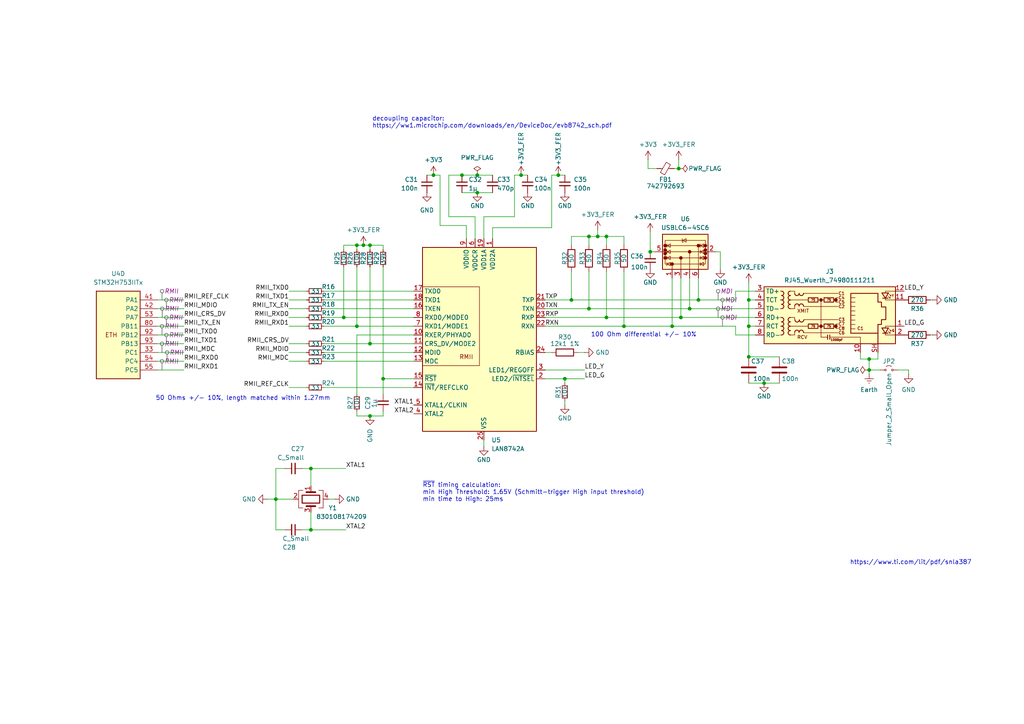
<source format=kicad_sch>
(kicad_sch
	(version 20231120)
	(generator "eeschema")
	(generator_version "8.0")
	(uuid "646f0ec7-69cc-4f42-8786-19ce68dbe63b")
	(paper "A4")
	
	(junction
		(at 196.85 48.895)
		(diameter 0)
		(color 0 0 0 0)
		(uuid "049ee6f0-edd9-4de9-9d41-d67b7d7371c4")
	)
	(junction
		(at 252.095 107.315)
		(diameter 0)
		(color 0 0 0 0)
		(uuid "0a4dc002-a1a1-4420-82d9-0f8650ef61be")
	)
	(junction
		(at 111.125 109.855)
		(diameter 0)
		(color 0 0 0 0)
		(uuid "0aeb24f3-d935-490b-b775-65b25b725630")
	)
	(junction
		(at 163.83 109.855)
		(diameter 0)
		(color 0 0 0 0)
		(uuid "1b0dfb70-1ae2-419b-8562-dfad3b9b2ec1")
	)
	(junction
		(at 103.505 94.615)
		(diameter 0)
		(color 0 0 0 0)
		(uuid "2035bcc3-7426-4bcb-8edc-fae5b3357d94")
	)
	(junction
		(at 151.13 50.8)
		(diameter 0)
		(color 0 0 0 0)
		(uuid "2647d42f-9872-4cd1-b370-3dd4abad0ecf")
	)
	(junction
		(at 202.565 86.995)
		(diameter 0)
		(color 0 0 0 0)
		(uuid "31b34c5c-feb7-4343-a199-c34c4443428d")
	)
	(junction
		(at 180.975 94.615)
		(diameter 0)
		(color 0 0 0 0)
		(uuid "365a1506-233c-4ff0-95cc-7f7a59db9742")
	)
	(junction
		(at 107.315 120.65)
		(diameter 0)
		(color 0 0 0 0)
		(uuid "3caa55c8-7e53-48bf-9414-1076f45003e0")
	)
	(junction
		(at 194.945 94.615)
		(diameter 0)
		(color 0 0 0 0)
		(uuid "4369633a-7c55-4b23-8849-c208281a6526")
	)
	(junction
		(at 105.41 71.12)
		(diameter 0)
		(color 0 0 0 0)
		(uuid "4563f12f-6c71-486f-bec4-dc93e0f0bdd0")
	)
	(junction
		(at 165.735 86.995)
		(diameter 0)
		(color 0 0 0 0)
		(uuid "463d78f6-9a6e-4f37-93c6-b49793c12db1")
	)
	(junction
		(at 161.925 50.8)
		(diameter 0)
		(color 0 0 0 0)
		(uuid "4d300525-7eec-4176-997d-066554a55c5b")
	)
	(junction
		(at 221.615 111.125)
		(diameter 0)
		(color 0 0 0 0)
		(uuid "5f43df96-af99-4f70-af0c-81c21162083a")
	)
	(junction
		(at 217.17 86.995)
		(diameter 0)
		(color 0 0 0 0)
		(uuid "608c3ba2-14a8-4f9c-8522-bde368058f20")
	)
	(junction
		(at 80.01 144.78)
		(diameter 0)
		(color 0 0 0 0)
		(uuid "787f373f-9e88-4948-aee8-3d2848b59e9a")
	)
	(junction
		(at 175.895 92.075)
		(diameter 0)
		(color 0 0 0 0)
		(uuid "7fe16ac2-7ca3-4751-a581-5dcb8a6c92fd")
	)
	(junction
		(at 200.025 89.535)
		(diameter 0)
		(color 0 0 0 0)
		(uuid "9475dafa-ebc7-4881-a820-06306bb84810")
	)
	(junction
		(at 125.73 50.8)
		(diameter 0)
		(color 0 0 0 0)
		(uuid "96e1967a-2115-41a7-88e9-acfb9aa5adde")
	)
	(junction
		(at 217.17 103.505)
		(diameter 0)
		(color 0 0 0 0)
		(uuid "9beb3c46-0a2f-4454-ac89-62302ac3b4b6")
	)
	(junction
		(at 99.695 92.075)
		(diameter 0)
		(color 0 0 0 0)
		(uuid "a19ea777-a0c8-4300-8c9c-2eff811d80a8")
	)
	(junction
		(at 173.355 68.58)
		(diameter 0)
		(color 0 0 0 0)
		(uuid "aae18f9d-4e04-46ce-b266-d0e944fa6fe0")
	)
	(junction
		(at 103.505 71.12)
		(diameter 0)
		(color 0 0 0 0)
		(uuid "abafef1c-2e60-46e4-a8ae-5d7767c8353f")
	)
	(junction
		(at 90.17 135.89)
		(diameter 0)
		(color 0 0 0 0)
		(uuid "aebe97b2-90e8-4de5-ae36-1e13702e691f")
	)
	(junction
		(at 217.17 94.615)
		(diameter 0)
		(color 0 0 0 0)
		(uuid "b9cce664-a30d-45fa-9a00-8b22b82def88")
	)
	(junction
		(at 170.815 89.535)
		(diameter 0)
		(color 0 0 0 0)
		(uuid "c3700580-2003-4b1e-b1bb-6f518b3b860f")
	)
	(junction
		(at 107.315 71.12)
		(diameter 0)
		(color 0 0 0 0)
		(uuid "c8b15e7b-5ed9-416a-93dc-b2a461b3b216")
	)
	(junction
		(at 107.315 99.695)
		(diameter 0)
		(color 0 0 0 0)
		(uuid "d39b6d90-3daf-408a-85ef-31f5d5d58189")
	)
	(junction
		(at 170.815 68.58)
		(diameter 0)
		(color 0 0 0 0)
		(uuid "dbd60596-381e-4027-a0e0-5a70fa2bfffb")
	)
	(junction
		(at 197.485 92.075)
		(diameter 0)
		(color 0 0 0 0)
		(uuid "e4de4d00-0894-47cf-b7f6-1c71ac9dd439")
	)
	(junction
		(at 175.895 68.58)
		(diameter 0)
		(color 0 0 0 0)
		(uuid "e67fad01-e732-47db-8c6b-05e5527967e6")
	)
	(junction
		(at 138.43 50.8)
		(diameter 0)
		(color 0 0 0 0)
		(uuid "eb5b30ac-37b3-4752-9ec5-cabbd714e075")
	)
	(junction
		(at 188.595 73.025)
		(diameter 0)
		(color 0 0 0 0)
		(uuid "f00bcc62-17d4-4f90-8f03-15fd4a6927a5")
	)
	(junction
		(at 90.17 153.67)
		(diameter 0)
		(color 0 0 0 0)
		(uuid "f671a679-fe35-4bcb-8fc5-8cfb555ede48")
	)
	(junction
		(at 138.43 55.88)
		(diameter 0)
		(color 0 0 0 0)
		(uuid "f7882165-b142-422f-b8b9-e7dd0618ad3f")
	)
	(junction
		(at 133.985 50.8)
		(diameter 0)
		(color 0 0 0 0)
		(uuid "f8fde5d8-42bd-473d-8f11-6dac1d9074ab")
	)
	(junction
		(at 252.095 104.14)
		(diameter 0)
		(color 0 0 0 0)
		(uuid "fe636ced-f702-4712-8005-0b89218216b5")
	)
	(wire
		(pts
			(xy 217.17 111.125) (xy 221.615 111.125)
		)
		(stroke
			(width 0)
			(type default)
		)
		(uuid "00144ff2-1693-4af6-869b-7e0a6c94bd1c")
	)
	(wire
		(pts
			(xy 160.02 50.8) (xy 160.02 66.04)
		)
		(stroke
			(width 0)
			(type default)
		)
		(uuid "01affafa-6033-4662-b39b-b9bf66857308")
	)
	(wire
		(pts
			(xy 80.01 144.78) (xy 77.47 144.78)
		)
		(stroke
			(width 0)
			(type default)
		)
		(uuid "01ba70ec-75c3-48c2-bdc1-3082c9c1ff85")
	)
	(wire
		(pts
			(xy 263.525 108.585) (xy 263.525 107.315)
		)
		(stroke
			(width 0)
			(type default)
		)
		(uuid "06da63f1-7d48-4675-bf23-6154b3e6b7ac")
	)
	(wire
		(pts
			(xy 170.815 68.58) (xy 173.355 68.58)
		)
		(stroke
			(width 0)
			(type default)
		)
		(uuid "08911034-c627-4506-90df-866254fed377")
	)
	(wire
		(pts
			(xy 188.595 73.025) (xy 189.865 73.025)
		)
		(stroke
			(width 0)
			(type default)
		)
		(uuid "0af78097-134e-4eab-8e4d-2b17537b0a86")
	)
	(wire
		(pts
			(xy 103.505 71.12) (xy 103.505 72.39)
		)
		(stroke
			(width 0)
			(type default)
		)
		(uuid "0d4f2b73-4153-4178-a506-1e102a676c5a")
	)
	(wire
		(pts
			(xy 173.355 68.58) (xy 175.895 68.58)
		)
		(stroke
			(width 0)
			(type default)
		)
		(uuid "0fccca0a-4dda-4e18-8f4f-5693216504e8")
	)
	(wire
		(pts
			(xy 170.815 78.74) (xy 170.815 89.535)
		)
		(stroke
			(width 0)
			(type default)
		)
		(uuid "15301487-0332-4c24-87d6-9ebe513c5aa8")
	)
	(wire
		(pts
			(xy 180.975 78.74) (xy 180.975 94.615)
		)
		(stroke
			(width 0)
			(type default)
		)
		(uuid "16d55de7-d73b-4de9-a28a-2ad1512f7552")
	)
	(wire
		(pts
			(xy 173.355 66.675) (xy 173.355 68.58)
		)
		(stroke
			(width 0)
			(type default)
		)
		(uuid "20e0de63-6e19-4287-9b59-e7006fd03ea4")
	)
	(wire
		(pts
			(xy 165.735 71.12) (xy 165.735 68.58)
		)
		(stroke
			(width 0)
			(type default)
		)
		(uuid "2125a24a-c2df-4b5f-9ce4-1ba7ca1ac7f3")
	)
	(wire
		(pts
			(xy 217.17 94.615) (xy 219.075 94.615)
		)
		(stroke
			(width 0)
			(type default)
		)
		(uuid "220e8c9f-eddd-4d41-b867-0777ab93f49f")
	)
	(wire
		(pts
			(xy 45.72 92.075) (xy 53.34 92.075)
		)
		(stroke
			(width 0)
			(type default)
		)
		(uuid "23d2efb4-7bcc-48a4-909b-bbd3d05a2745")
	)
	(wire
		(pts
			(xy 158.115 94.615) (xy 180.975 94.615)
		)
		(stroke
			(width 0)
			(type default)
		)
		(uuid "2654fbbe-d5a5-49a7-96c1-e5d3d9cbd202")
	)
	(wire
		(pts
			(xy 103.505 97.155) (xy 103.505 114.3)
		)
		(stroke
			(width 0)
			(type default)
		)
		(uuid "26b370ea-f94a-4cc7-8796-34563f511ab4")
	)
	(wire
		(pts
			(xy 83.82 92.075) (xy 88.9 92.075)
		)
		(stroke
			(width 0)
			(type default)
		)
		(uuid "28e1c6e0-596e-45fc-a2ae-dfd4218dcc2b")
	)
	(wire
		(pts
			(xy 93.98 89.535) (xy 120.015 89.535)
		)
		(stroke
			(width 0)
			(type default)
		)
		(uuid "2908b5f3-1eb4-488d-b97d-e1d760736771")
	)
	(wire
		(pts
			(xy 125.73 50.8) (xy 127.635 50.8)
		)
		(stroke
			(width 0)
			(type default)
		)
		(uuid "290a9c70-f7fb-4e52-9ec5-3c44da9fa8bb")
	)
	(wire
		(pts
			(xy 127.635 65.405) (xy 135.255 65.405)
		)
		(stroke
			(width 0)
			(type default)
		)
		(uuid "29531760-dd99-46ec-b090-373b73def878")
	)
	(wire
		(pts
			(xy 93.98 92.075) (xy 99.695 92.075)
		)
		(stroke
			(width 0)
			(type default)
		)
		(uuid "2b2480a8-a9e9-4d94-a36d-49898046089b")
	)
	(wire
		(pts
			(xy 45.72 104.775) (xy 53.34 104.775)
		)
		(stroke
			(width 0)
			(type default)
		)
		(uuid "2d1889fb-b78d-46bc-9b9f-a77d13ac50da")
	)
	(wire
		(pts
			(xy 149.225 62.865) (xy 140.335 62.865)
		)
		(stroke
			(width 0)
			(type default)
		)
		(uuid "2da8ee30-603c-4699-bd2a-d6150ecec628")
	)
	(wire
		(pts
			(xy 45.72 102.235) (xy 53.34 102.235)
		)
		(stroke
			(width 0)
			(type default)
		)
		(uuid "2fcd5923-5415-4aa0-b1b2-2572d5169ef0")
	)
	(wire
		(pts
			(xy 213.36 97.155) (xy 213.36 94.615)
		)
		(stroke
			(width 0)
			(type default)
		)
		(uuid "303ec749-b4df-4895-af78-935caf4ffa85")
	)
	(wire
		(pts
			(xy 249.555 102.235) (xy 249.555 104.14)
		)
		(stroke
			(width 0)
			(type default)
		)
		(uuid "339e1b2d-bb9b-420b-8721-d254f6400d5d")
	)
	(wire
		(pts
			(xy 83.82 102.235) (xy 88.9 102.235)
		)
		(stroke
			(width 0)
			(type default)
		)
		(uuid "34208d06-6624-45f4-8759-b98580b4cab6")
	)
	(wire
		(pts
			(xy 93.98 102.235) (xy 120.015 102.235)
		)
		(stroke
			(width 0)
			(type default)
		)
		(uuid "35e81548-5ac8-467a-a178-4c0ac688ccd6")
	)
	(wire
		(pts
			(xy 83.82 94.615) (xy 88.9 94.615)
		)
		(stroke
			(width 0)
			(type default)
		)
		(uuid "3a18ed65-3736-42ee-a19e-d4fe4e0db912")
	)
	(wire
		(pts
			(xy 130.175 50.8) (xy 130.175 62.865)
		)
		(stroke
			(width 0)
			(type default)
		)
		(uuid "429cc455-908c-4731-9f3e-59cdf1306dda")
	)
	(wire
		(pts
			(xy 83.82 89.535) (xy 88.9 89.535)
		)
		(stroke
			(width 0)
			(type default)
		)
		(uuid "436c1e9b-5847-48e1-8461-50d0c76d4f4d")
	)
	(wire
		(pts
			(xy 163.83 109.855) (xy 158.115 109.855)
		)
		(stroke
			(width 0)
			(type default)
		)
		(uuid "43dae1d9-5de7-4a35-8a77-507e554c0068")
	)
	(wire
		(pts
			(xy 187.96 48.895) (xy 190.5 48.895)
		)
		(stroke
			(width 0)
			(type default)
		)
		(uuid "48a5b44a-d3cd-4119-adc8-7a67986557fb")
	)
	(wire
		(pts
			(xy 165.735 86.995) (xy 202.565 86.995)
		)
		(stroke
			(width 0)
			(type default)
		)
		(uuid "49a09884-c4f9-4fb9-af64-7c5e38ae0089")
	)
	(wire
		(pts
			(xy 175.895 92.075) (xy 197.485 92.075)
		)
		(stroke
			(width 0)
			(type default)
		)
		(uuid "4b7f8fc0-827f-4f00-b156-8f616aaebcf6")
	)
	(wire
		(pts
			(xy 194.945 94.615) (xy 213.36 94.615)
		)
		(stroke
			(width 0)
			(type default)
		)
		(uuid "4b84dd7b-806f-4ed2-9d62-df9122e4e6e6")
	)
	(wire
		(pts
			(xy 107.315 77.47) (xy 107.315 99.695)
		)
		(stroke
			(width 0)
			(type default)
		)
		(uuid "4bc5c759-75f0-40ef-a141-a41cb1f491fc")
	)
	(wire
		(pts
			(xy 175.895 78.74) (xy 175.895 92.075)
		)
		(stroke
			(width 0)
			(type default)
		)
		(uuid "4d5374fe-a43a-4c9b-b414-195fc28fb9b7")
	)
	(wire
		(pts
			(xy 111.125 72.39) (xy 111.125 71.12)
		)
		(stroke
			(width 0)
			(type default)
		)
		(uuid "4dff4e67-cad5-4f92-98a5-4953a8dd4e56")
	)
	(wire
		(pts
			(xy 82.55 153.67) (xy 80.01 153.67)
		)
		(stroke
			(width 0)
			(type default)
		)
		(uuid "4e385c0d-88cc-48c9-a4b5-aefeda986768")
	)
	(wire
		(pts
			(xy 133.985 55.88) (xy 138.43 55.88)
		)
		(stroke
			(width 0)
			(type default)
		)
		(uuid "522a4a19-7f4a-411b-b5a1-ed8003c0efd3")
	)
	(wire
		(pts
			(xy 83.82 86.995) (xy 88.9 86.995)
		)
		(stroke
			(width 0)
			(type default)
		)
		(uuid "52bf19ae-217a-4d6e-9ab1-0d2ab2ccf89a")
	)
	(wire
		(pts
			(xy 270.51 86.995) (xy 269.875 86.995)
		)
		(stroke
			(width 0)
			(type default)
		)
		(uuid "55698565-bacc-4261-aa34-18d5c76ebd76")
	)
	(wire
		(pts
			(xy 83.82 84.455) (xy 88.9 84.455)
		)
		(stroke
			(width 0)
			(type default)
		)
		(uuid "5937e630-c0ef-452a-b08d-abca98131ba2")
	)
	(wire
		(pts
			(xy 45.72 89.535) (xy 53.34 89.535)
		)
		(stroke
			(width 0)
			(type default)
		)
		(uuid "5e24a51b-7d35-445e-a28a-0a7f428dde79")
	)
	(wire
		(pts
			(xy 95.25 144.78) (xy 97.155 144.78)
		)
		(stroke
			(width 0)
			(type default)
		)
		(uuid "61508d60-da4b-43b3-894f-9d6e19fa150a")
	)
	(wire
		(pts
			(xy 103.505 97.155) (xy 120.015 97.155)
		)
		(stroke
			(width 0)
			(type default)
		)
		(uuid "61b320ff-404a-46cc-a700-a316d6f91a6b")
	)
	(wire
		(pts
			(xy 187.96 46.355) (xy 187.96 48.895)
		)
		(stroke
			(width 0)
			(type default)
		)
		(uuid "61d58686-f4f3-4cd0-9e72-c6599e6e60e5")
	)
	(wire
		(pts
			(xy 202.565 80.645) (xy 202.565 86.995)
		)
		(stroke
			(width 0)
			(type default)
		)
		(uuid "62d3a61c-f94d-4ec5-ae3c-b6b037886d47")
	)
	(wire
		(pts
			(xy 163.83 109.855) (xy 163.83 111.125)
		)
		(stroke
			(width 0)
			(type default)
		)
		(uuid "674f085f-fb53-4729-8e44-4201119212aa")
	)
	(wire
		(pts
			(xy 130.175 50.8) (xy 133.985 50.8)
		)
		(stroke
			(width 0)
			(type default)
		)
		(uuid "68f2f386-eb02-421e-a7d1-2f8fbe6da36d")
	)
	(wire
		(pts
			(xy 213.36 84.455) (xy 219.075 84.455)
		)
		(stroke
			(width 0)
			(type default)
		)
		(uuid "6afcbffe-476b-4748-95fe-8ea452c242cd")
	)
	(wire
		(pts
			(xy 45.72 99.695) (xy 53.34 99.695)
		)
		(stroke
			(width 0)
			(type default)
		)
		(uuid "6b66700f-6440-4a98-9ea2-912876cb0c86")
	)
	(wire
		(pts
			(xy 252.095 107.315) (xy 255.27 107.315)
		)
		(stroke
			(width 0)
			(type default)
		)
		(uuid "6c6c5d66-4a78-43a2-ad9f-8471ed731a0b")
	)
	(wire
		(pts
			(xy 180.975 68.58) (xy 180.975 71.12)
		)
		(stroke
			(width 0)
			(type default)
		)
		(uuid "6c972cd1-4da0-4615-aed0-1b0e67e4768a")
	)
	(wire
		(pts
			(xy 219.075 86.995) (xy 217.17 86.995)
		)
		(stroke
			(width 0)
			(type default)
		)
		(uuid "6e785828-3fe3-4bff-b9a6-2ec11b609e3c")
	)
	(wire
		(pts
			(xy 93.98 104.775) (xy 120.015 104.775)
		)
		(stroke
			(width 0)
			(type default)
		)
		(uuid "70012f6e-429d-42e8-b068-535d4aff1b38")
	)
	(wire
		(pts
			(xy 103.505 71.12) (xy 105.41 71.12)
		)
		(stroke
			(width 0)
			(type default)
		)
		(uuid "7129da73-7193-432a-864d-9d42b90060be")
	)
	(wire
		(pts
			(xy 217.17 103.505) (xy 226.06 103.505)
		)
		(stroke
			(width 0)
			(type default)
		)
		(uuid "78aba207-eb8b-48e5-be39-c7b69e8a494c")
	)
	(wire
		(pts
			(xy 270.51 97.155) (xy 269.875 97.155)
		)
		(stroke
			(width 0)
			(type default)
		)
		(uuid "7bcc2f40-53e0-4560-bac4-206255dca4e5")
	)
	(wire
		(pts
			(xy 99.695 92.075) (xy 120.015 92.075)
		)
		(stroke
			(width 0)
			(type default)
		)
		(uuid "7c2481da-70c0-4909-862e-16149359c609")
	)
	(wire
		(pts
			(xy 133.985 50.8) (xy 138.43 50.8)
		)
		(stroke
			(width 0)
			(type default)
		)
		(uuid "7c97ce75-94c9-4b10-8262-850d8bbb3df6")
	)
	(wire
		(pts
			(xy 90.17 135.89) (xy 90.17 140.97)
		)
		(stroke
			(width 0)
			(type default)
		)
		(uuid "7ea64745-433b-4445-8340-fe5232f8e914")
	)
	(wire
		(pts
			(xy 93.98 112.395) (xy 120.015 112.395)
		)
		(stroke
			(width 0)
			(type default)
		)
		(uuid "7fbc9325-e968-4f74-9b93-5bd8d08d7e5f")
	)
	(wire
		(pts
			(xy 93.98 84.455) (xy 120.015 84.455)
		)
		(stroke
			(width 0)
			(type default)
		)
		(uuid "80a4a5ca-feda-453f-b37e-273cf993fdbe")
	)
	(wire
		(pts
			(xy 169.545 107.315) (xy 158.115 107.315)
		)
		(stroke
			(width 0)
			(type default)
		)
		(uuid "812ff3f7-f076-40b5-8856-3a597416b7eb")
	)
	(wire
		(pts
			(xy 208.915 78.105) (xy 208.915 73.025)
		)
		(stroke
			(width 0)
			(type default)
		)
		(uuid "83ea4a83-a30c-48bd-9175-53b0aa084a6a")
	)
	(wire
		(pts
			(xy 99.695 77.47) (xy 99.695 92.075)
		)
		(stroke
			(width 0)
			(type default)
		)
		(uuid "871fb53c-fd13-4b02-abc0-fe5e27b7b0a5")
	)
	(wire
		(pts
			(xy 158.115 89.535) (xy 170.815 89.535)
		)
		(stroke
			(width 0)
			(type default)
		)
		(uuid "8a403cb8-dfd3-4ae5-be0f-3761e62ab178")
	)
	(wire
		(pts
			(xy 83.82 99.695) (xy 88.9 99.695)
		)
		(stroke
			(width 0)
			(type default)
		)
		(uuid "8a5a1edd-b612-4278-ace6-d9a58e952d76")
	)
	(wire
		(pts
			(xy 103.505 94.615) (xy 120.015 94.615)
		)
		(stroke
			(width 0)
			(type default)
		)
		(uuid "8bc3e9a0-e3c7-4ab7-81fe-5f240abc8e28")
	)
	(wire
		(pts
			(xy 208.915 73.025) (xy 207.645 73.025)
		)
		(stroke
			(width 0)
			(type default)
		)
		(uuid "8c28dfd6-f055-4f0f-bfd7-60187e203c7b")
	)
	(wire
		(pts
			(xy 169.545 109.855) (xy 163.83 109.855)
		)
		(stroke
			(width 0)
			(type default)
		)
		(uuid "8ded6cc0-737a-4c89-89a1-f1139eb4cc8e")
	)
	(wire
		(pts
			(xy 83.82 104.775) (xy 88.9 104.775)
		)
		(stroke
			(width 0)
			(type default)
		)
		(uuid "8e0b8178-31de-48d9-b9c1-9458379f8036")
	)
	(wire
		(pts
			(xy 197.485 80.645) (xy 197.485 92.075)
		)
		(stroke
			(width 0)
			(type default)
		)
		(uuid "8e687512-2e02-42e9-aa27-bf833b5e8bdc")
	)
	(wire
		(pts
			(xy 165.735 78.74) (xy 165.735 86.995)
		)
		(stroke
			(width 0)
			(type default)
		)
		(uuid "91da2b26-22a0-4542-b2ee-931d057c3727")
	)
	(wire
		(pts
			(xy 90.17 153.67) (xy 87.63 153.67)
		)
		(stroke
			(width 0)
			(type default)
		)
		(uuid "92bf7c38-400d-49d1-ad9d-4d9a6ce02c7c")
	)
	(wire
		(pts
			(xy 217.17 81.915) (xy 217.17 86.995)
		)
		(stroke
			(width 0)
			(type default)
		)
		(uuid "94478a99-c3c4-4e4c-a495-d24168655c5f")
	)
	(wire
		(pts
			(xy 127.635 50.8) (xy 127.635 65.405)
		)
		(stroke
			(width 0)
			(type default)
		)
		(uuid "94a1c5ba-7c20-4a13-9b87-f0fa0e9f28df")
	)
	(wire
		(pts
			(xy 254.635 102.235) (xy 254.635 104.14)
		)
		(stroke
			(width 0)
			(type default)
		)
		(uuid "952da97a-927e-4ca1-baaf-7ff4a88abfb2")
	)
	(wire
		(pts
			(xy 200.025 80.645) (xy 200.025 89.535)
		)
		(stroke
			(width 0)
			(type default)
		)
		(uuid "9548ff77-0a4c-4549-9c8e-d0fd9f1e6a40")
	)
	(wire
		(pts
			(xy 252.095 104.14) (xy 254.635 104.14)
		)
		(stroke
			(width 0)
			(type default)
		)
		(uuid "97f110a7-551f-4025-aabc-dea7c2b7dcd7")
	)
	(wire
		(pts
			(xy 249.555 104.14) (xy 252.095 104.14)
		)
		(stroke
			(width 0)
			(type default)
		)
		(uuid "984cd56c-c49f-48f8-aa4b-f552714fdc23")
	)
	(wire
		(pts
			(xy 45.72 107.315) (xy 53.34 107.315)
		)
		(stroke
			(width 0)
			(type default)
		)
		(uuid "9885e643-76f4-43fa-bcbf-55ff7c90248a")
	)
	(wire
		(pts
			(xy 80.01 135.89) (xy 82.55 135.89)
		)
		(stroke
			(width 0)
			(type default)
		)
		(uuid "9b556e72-6b69-440e-8dd6-395eced69758")
	)
	(wire
		(pts
			(xy 260.35 107.315) (xy 263.525 107.315)
		)
		(stroke
			(width 0)
			(type default)
		)
		(uuid "9cf1c10b-b647-46e8-a76f-84bc75175116")
	)
	(wire
		(pts
			(xy 200.025 89.535) (xy 219.075 89.535)
		)
		(stroke
			(width 0)
			(type default)
		)
		(uuid "9d3da8a4-f830-4814-ae63-5a93f6e6f974")
	)
	(wire
		(pts
			(xy 83.82 112.395) (xy 88.9 112.395)
		)
		(stroke
			(width 0)
			(type default)
		)
		(uuid "9d47613c-b2e9-47d4-b847-783c0eecfe36")
	)
	(wire
		(pts
			(xy 80.01 144.78) (xy 85.09 144.78)
		)
		(stroke
			(width 0)
			(type default)
		)
		(uuid "9e328c0b-b8d0-44c3-9502-a376eb60c70f")
	)
	(wire
		(pts
			(xy 195.58 48.895) (xy 196.85 48.895)
		)
		(stroke
			(width 0)
			(type default)
		)
		(uuid "9f77652f-e7f9-4d2e-9fd8-b7fed4b023d7")
	)
	(wire
		(pts
			(xy 45.72 97.155) (xy 53.34 97.155)
		)
		(stroke
			(width 0)
			(type default)
		)
		(uuid "a15bffc4-03ec-4494-b211-30b28e55de7c")
	)
	(wire
		(pts
			(xy 161.925 50.8) (xy 163.83 50.8)
		)
		(stroke
			(width 0)
			(type default)
		)
		(uuid "a1b019fd-8deb-484b-9046-8f51a332eb08")
	)
	(wire
		(pts
			(xy 107.315 120.65) (xy 111.125 120.65)
		)
		(stroke
			(width 0)
			(type default)
		)
		(uuid "a217d090-1d38-4eee-829a-2cd8d5b17e1d")
	)
	(wire
		(pts
			(xy 100.33 135.89) (xy 90.17 135.89)
		)
		(stroke
			(width 0)
			(type default)
		)
		(uuid "a3ac8f3e-6ccb-4afa-b5be-fc8a54d1b5c3")
	)
	(wire
		(pts
			(xy 160.02 50.8) (xy 161.925 50.8)
		)
		(stroke
			(width 0)
			(type default)
		)
		(uuid "a6e42b82-5250-4794-aa1b-6a9d3cc2a740")
	)
	(wire
		(pts
			(xy 93.98 86.995) (xy 120.015 86.995)
		)
		(stroke
			(width 0)
			(type default)
		)
		(uuid "a7868e83-bfe3-479d-bf66-bb3b1a2e03db")
	)
	(wire
		(pts
			(xy 153.035 50.8) (xy 151.13 50.8)
		)
		(stroke
			(width 0)
			(type default)
		)
		(uuid "a78d45b3-6f4b-40c8-b675-b373cdf2db95")
	)
	(wire
		(pts
			(xy 80.01 144.78) (xy 80.01 135.89)
		)
		(stroke
			(width 0)
			(type default)
		)
		(uuid "a80f71b5-806b-448e-8d71-c0fa43b87a80")
	)
	(wire
		(pts
			(xy 160.02 66.04) (xy 142.875 66.04)
		)
		(stroke
			(width 0)
			(type default)
		)
		(uuid "aca29c85-595d-4868-bff2-7837dc83bbb1")
	)
	(wire
		(pts
			(xy 175.895 68.58) (xy 175.895 71.12)
		)
		(stroke
			(width 0)
			(type default)
		)
		(uuid "acfd7b76-16dc-49f2-a48a-5c7cd1ce04e7")
	)
	(wire
		(pts
			(xy 45.72 86.995) (xy 53.34 86.995)
		)
		(stroke
			(width 0)
			(type default)
		)
		(uuid "ad8abd60-dcfd-4719-84a8-2aa3bb4d78e2")
	)
	(wire
		(pts
			(xy 100.33 153.67) (xy 90.17 153.67)
		)
		(stroke
			(width 0)
			(type default)
		)
		(uuid "adc8bd2c-37d6-4047-8788-f3094fbc5d11")
	)
	(wire
		(pts
			(xy 103.505 77.47) (xy 103.505 94.615)
		)
		(stroke
			(width 0)
			(type default)
		)
		(uuid "b147d74c-0249-49e5-ba86-6d63126ec931")
	)
	(wire
		(pts
			(xy 140.335 127.635) (xy 140.335 129.54)
		)
		(stroke
			(width 0)
			(type default)
		)
		(uuid "b15c7db4-bbd8-467f-ada9-e6ccec227f53")
	)
	(wire
		(pts
			(xy 217.17 94.615) (xy 217.17 103.505)
		)
		(stroke
			(width 0)
			(type default)
		)
		(uuid "b3b6295f-3bd7-4cb7-8d2f-5eb061c3ec6f")
	)
	(wire
		(pts
			(xy 196.85 46.355) (xy 196.85 48.895)
		)
		(stroke
			(width 0)
			(type default)
		)
		(uuid "b3eb0eee-b544-43cc-ac14-ef786a2e8e70")
	)
	(wire
		(pts
			(xy 123.825 50.8) (xy 125.73 50.8)
		)
		(stroke
			(width 0)
			(type default)
		)
		(uuid "b52cdca1-6194-43f7-a3da-9f51f82530cf")
	)
	(wire
		(pts
			(xy 45.72 94.615) (xy 53.34 94.615)
		)
		(stroke
			(width 0)
			(type default)
		)
		(uuid "b659373f-abac-4095-91b7-3cd134be45d6")
	)
	(wire
		(pts
			(xy 103.505 120.65) (xy 107.315 120.65)
		)
		(stroke
			(width 0)
			(type default)
		)
		(uuid "b73903b7-494b-4637-8729-42a2bd00ff34")
	)
	(wire
		(pts
			(xy 135.255 65.405) (xy 135.255 69.215)
		)
		(stroke
			(width 0)
			(type default)
		)
		(uuid "b9e03fb6-2f0c-4279-b9d4-c71f9ecc5acc")
	)
	(wire
		(pts
			(xy 197.485 92.075) (xy 219.075 92.075)
		)
		(stroke
			(width 0)
			(type default)
		)
		(uuid "bba6544d-7714-4872-8583-92941f4db7f0")
	)
	(wire
		(pts
			(xy 221.615 111.125) (xy 226.06 111.125)
		)
		(stroke
			(width 0)
			(type default)
		)
		(uuid "bbbb2aa4-d452-4a66-bb98-5d058a59c6cb")
	)
	(wire
		(pts
			(xy 111.125 120.65) (xy 111.125 119.38)
		)
		(stroke
			(width 0)
			(type default)
		)
		(uuid "bc65dd97-6b27-46a0-a9b7-12090675e50e")
	)
	(wire
		(pts
			(xy 170.815 89.535) (xy 200.025 89.535)
		)
		(stroke
			(width 0)
			(type default)
		)
		(uuid "bd0553eb-77a6-4647-a4c3-297b942873da")
	)
	(wire
		(pts
			(xy 99.695 71.12) (xy 103.505 71.12)
		)
		(stroke
			(width 0)
			(type default)
		)
		(uuid "be79e75b-7ed4-4d49-a22c-57af6699a84b")
	)
	(wire
		(pts
			(xy 158.115 92.075) (xy 175.895 92.075)
		)
		(stroke
			(width 0)
			(type default)
		)
		(uuid "bea9ac0c-383b-43e8-bd7a-ed1b0184cb56")
	)
	(wire
		(pts
			(xy 163.83 116.205) (xy 163.83 117.475)
		)
		(stroke
			(width 0)
			(type default)
		)
		(uuid "bf9515c4-18eb-4e02-b1ea-e1efa3d812c6")
	)
	(wire
		(pts
			(xy 252.095 104.14) (xy 252.095 107.315)
		)
		(stroke
			(width 0)
			(type default)
		)
		(uuid "c00f1a19-9a24-4f94-a353-f0a3934af9f0")
	)
	(wire
		(pts
			(xy 194.945 80.645) (xy 194.945 94.615)
		)
		(stroke
			(width 0)
			(type default)
		)
		(uuid "c296004b-d4fc-4e63-abd8-d81f9db587bc")
	)
	(wire
		(pts
			(xy 160.02 102.235) (xy 158.115 102.235)
		)
		(stroke
			(width 0)
			(type default)
		)
		(uuid "c2a5f62a-48ec-4025-9c16-f41f634127df")
	)
	(wire
		(pts
			(xy 93.98 94.615) (xy 103.505 94.615)
		)
		(stroke
			(width 0)
			(type default)
		)
		(uuid "c4f9098d-65a2-45fb-a988-1643465e1e0a")
	)
	(wire
		(pts
			(xy 107.315 99.695) (xy 120.015 99.695)
		)
		(stroke
			(width 0)
			(type default)
		)
		(uuid "c50b4b23-93b6-4403-895a-1d659fd37072")
	)
	(wire
		(pts
			(xy 151.13 50.8) (xy 149.225 50.8)
		)
		(stroke
			(width 0)
			(type default)
		)
		(uuid "c53fef38-6ac5-421b-a1b6-5eebd9c4aea7")
	)
	(wire
		(pts
			(xy 99.695 72.39) (xy 99.695 71.12)
		)
		(stroke
			(width 0)
			(type default)
		)
		(uuid "c9abb0ee-9525-464f-8566-fa1f334bf4be")
	)
	(wire
		(pts
			(xy 165.735 86.995) (xy 158.115 86.995)
		)
		(stroke
			(width 0)
			(type default)
		)
		(uuid "cc6e4fa6-f53d-490b-8743-526a9100e71d")
	)
	(wire
		(pts
			(xy 188.595 67.31) (xy 188.595 73.025)
		)
		(stroke
			(width 0)
			(type default)
		)
		(uuid "cd10e510-1d6c-49af-97e6-ac8446a06643")
	)
	(wire
		(pts
			(xy 111.125 109.855) (xy 111.125 114.3)
		)
		(stroke
			(width 0)
			(type default)
		)
		(uuid "cd86c8f3-b5bc-42ac-9da9-c963d31692ac")
	)
	(wire
		(pts
			(xy 213.36 97.155) (xy 219.075 97.155)
		)
		(stroke
			(width 0)
			(type default)
		)
		(uuid "cdf3343a-e54a-48d4-a6b3-953fb3fa9220")
	)
	(wire
		(pts
			(xy 252.095 107.315) (xy 252.095 108.585)
		)
		(stroke
			(width 0)
			(type default)
		)
		(uuid "d0c6e02d-e1dd-4228-9250-0c868f09525e")
	)
	(wire
		(pts
			(xy 165.735 68.58) (xy 170.815 68.58)
		)
		(stroke
			(width 0)
			(type default)
		)
		(uuid "d1826d52-0eba-4306-9409-8f71d86591ce")
	)
	(wire
		(pts
			(xy 111.125 77.47) (xy 111.125 109.855)
		)
		(stroke
			(width 0)
			(type default)
		)
		(uuid "d2644571-80d5-4129-81fa-97523e1d52af")
	)
	(wire
		(pts
			(xy 103.505 119.38) (xy 103.505 120.65)
		)
		(stroke
			(width 0)
			(type default)
		)
		(uuid "d32a798a-2e1b-4535-8805-d7e5ea0eaae2")
	)
	(wire
		(pts
			(xy 137.795 62.865) (xy 137.795 69.215)
		)
		(stroke
			(width 0)
			(type default)
		)
		(uuid "d7719353-f0ae-4b86-8de9-287fbe617e2c")
	)
	(wire
		(pts
			(xy 80.01 153.67) (xy 80.01 144.78)
		)
		(stroke
			(width 0)
			(type default)
		)
		(uuid "d99d427d-7613-4dc3-975f-e7800535aed9")
	)
	(wire
		(pts
			(xy 111.125 109.855) (xy 120.015 109.855)
		)
		(stroke
			(width 0)
			(type default)
		)
		(uuid "dacf0e3f-18ef-4c5e-8bbc-d74e44e547ea")
	)
	(wire
		(pts
			(xy 130.175 62.865) (xy 137.795 62.865)
		)
		(stroke
			(width 0)
			(type default)
		)
		(uuid "db4fcfd2-aede-4844-ac04-0715279789dd")
	)
	(wire
		(pts
			(xy 217.17 86.995) (xy 217.17 94.615)
		)
		(stroke
			(width 0)
			(type default)
		)
		(uuid "dd18eb2c-730b-4e31-ae7a-f77b42140eed")
	)
	(wire
		(pts
			(xy 180.975 94.615) (xy 194.945 94.615)
		)
		(stroke
			(width 0)
			(type default)
		)
		(uuid "e155ea79-d884-4589-86ae-8bf43c64a009")
	)
	(wire
		(pts
			(xy 170.815 68.58) (xy 170.815 71.12)
		)
		(stroke
			(width 0)
			(type default)
		)
		(uuid "e50b5493-8d01-4a3e-887c-511eeba7286c")
	)
	(wire
		(pts
			(xy 107.315 71.12) (xy 107.315 72.39)
		)
		(stroke
			(width 0)
			(type default)
		)
		(uuid "e5eb505e-e779-4399-a8f9-e3921bbc7710")
	)
	(wire
		(pts
			(xy 149.225 50.8) (xy 149.225 62.865)
		)
		(stroke
			(width 0)
			(type default)
		)
		(uuid "e7abd211-a126-4e86-8ac4-cd6f7b1d8db2")
	)
	(wire
		(pts
			(xy 175.895 68.58) (xy 180.975 68.58)
		)
		(stroke
			(width 0)
			(type default)
		)
		(uuid "e9739e40-1808-4fcf-b512-cf42ab4a7959")
	)
	(wire
		(pts
			(xy 87.63 135.89) (xy 90.17 135.89)
		)
		(stroke
			(width 0)
			(type default)
		)
		(uuid "ec87a965-a33e-4bb4-8d61-2d5e11d06920")
	)
	(wire
		(pts
			(xy 169.545 102.235) (xy 167.64 102.235)
		)
		(stroke
			(width 0)
			(type default)
		)
		(uuid "ee017901-6604-4033-9edb-84ee8341180e")
	)
	(wire
		(pts
			(xy 105.41 71.12) (xy 107.315 71.12)
		)
		(stroke
			(width 0)
			(type default)
		)
		(uuid "eecbef23-46b2-4aa9-8bef-65f283b4ddb7")
	)
	(wire
		(pts
			(xy 142.875 66.04) (xy 142.875 69.215)
		)
		(stroke
			(width 0)
			(type default)
		)
		(uuid "ef6e78f6-c7ec-4702-9f2f-afc339511181")
	)
	(wire
		(pts
			(xy 213.36 84.455) (xy 213.36 86.995)
		)
		(stroke
			(width 0)
			(type default)
		)
		(uuid "f046ebd9-0e75-4b81-b0e1-a29ab86d327a")
	)
	(wire
		(pts
			(xy 90.17 148.59) (xy 90.17 153.67)
		)
		(stroke
			(width 0)
			(type default)
		)
		(uuid "f0ad7163-6cf0-4dc0-8878-cd318ce0e966")
	)
	(wire
		(pts
			(xy 138.43 50.8) (xy 142.875 50.8)
		)
		(stroke
			(width 0)
			(type default)
		)
		(uuid "f23d3adc-604b-4fd1-8d73-2802a9086ee8")
	)
	(wire
		(pts
			(xy 93.98 99.695) (xy 107.315 99.695)
		)
		(stroke
			(width 0)
			(type default)
		)
		(uuid "f356096d-2687-4997-8b33-afe93c339623")
	)
	(wire
		(pts
			(xy 111.125 71.12) (xy 107.315 71.12)
		)
		(stroke
			(width 0)
			(type default)
		)
		(uuid "f720fd59-61a1-409a-95ec-f86ffbe4a665")
	)
	(wire
		(pts
			(xy 138.43 55.88) (xy 142.875 55.88)
		)
		(stroke
			(width 0)
			(type default)
		)
		(uuid "fd0b2736-439e-4d04-8d91-08fda19dd721")
	)
	(wire
		(pts
			(xy 202.565 86.995) (xy 213.36 86.995)
		)
		(stroke
			(width 0)
			(type default)
		)
		(uuid "fd79d2dc-88de-46de-80ed-e7c3404d6f02")
	)
	(wire
		(pts
			(xy 140.335 62.865) (xy 140.335 69.215)
		)
		(stroke
			(width 0)
			(type default)
		)
		(uuid "fd9413b9-7e53-4c78-b960-1364993f86fe")
	)
	(text "https://www.ti.com/lit/pdf/snla387"
		(exclude_from_sim no)
		(at 264.16 163.195 0)
		(effects
			(font
				(size 1.27 1.27)
			)
		)
		(uuid "07355253-d57a-4889-91b8-64d92046556e")
	)
	(text "~{RST} timing calculation:\nmin High Threshold: 1.65V (Schmitt-trigger High input threshold)\nmin time to High: 25ms"
		(exclude_from_sim no)
		(at 122.555 142.875 0)
		(effects
			(font
				(size 1.27 1.27)
			)
			(justify left)
		)
		(uuid "647e5c24-9002-4bcb-9253-b89a1429e58f")
	)
	(text "50 Ohms +/- 10%, length matched within 1.27mm"
		(exclude_from_sim no)
		(at 70.485 115.57 0)
		(effects
			(font
				(size 1.27 1.27)
			)
		)
		(uuid "87c95337-b4e4-4486-8203-c41b42b73555")
	)
	(text "decoupling capacitor:\nhttps://ww1.microchip.com/downloads/en/DeviceDoc/evb8742_sch.pdf"
		(exclude_from_sim no)
		(at 107.95 35.56 0)
		(effects
			(font
				(size 1.27 1.27)
			)
			(justify left)
		)
		(uuid "8daae0bb-64e3-4fc9-80ff-1c40c2265636")
	)
	(text "100 Ohm differential +/- 10%"
		(exclude_from_sim no)
		(at 186.69 97.155 0)
		(effects
			(font
				(size 1.27 1.27)
			)
		)
		(uuid "91dfeb50-624f-42c9-afcf-757a0abe0581")
	)
	(label "RMII_REF_CLK"
		(at 83.82 112.395 180)
		(effects
			(
... [104142 chars truncated]
</source>
